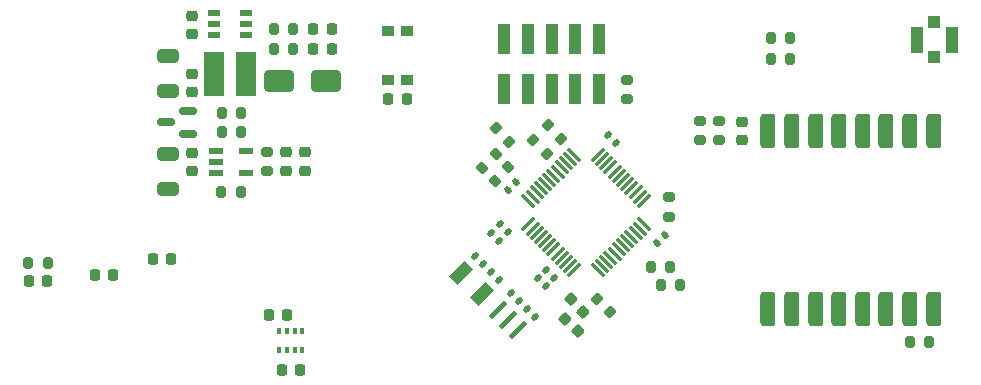
<source format=gbr>
%TF.GenerationSoftware,KiCad,Pcbnew,9.0.1*%
%TF.CreationDate,2025-05-24T22:02:27+02:00*%
%TF.ProjectId,LoRa_Node,4c6f5261-5f4e-46f6-9465-2e6b69636164,3.1*%
%TF.SameCoordinates,Original*%
%TF.FileFunction,Paste,Top*%
%TF.FilePolarity,Positive*%
%FSLAX46Y46*%
G04 Gerber Fmt 4.6, Leading zero omitted, Abs format (unit mm)*
G04 Created by KiCad (PCBNEW 9.0.1) date 2025-05-24 22:02:27*
%MOMM*%
%LPD*%
G01*
G04 APERTURE LIST*
G04 Aperture macros list*
%AMRoundRect*
0 Rectangle with rounded corners*
0 $1 Rounding radius*
0 $2 $3 $4 $5 $6 $7 $8 $9 X,Y pos of 4 corners*
0 Add a 4 corners polygon primitive as box body*
4,1,4,$2,$3,$4,$5,$6,$7,$8,$9,$2,$3,0*
0 Add four circle primitives for the rounded corners*
1,1,$1+$1,$2,$3*
1,1,$1+$1,$4,$5*
1,1,$1+$1,$6,$7*
1,1,$1+$1,$8,$9*
0 Add four rect primitives between the rounded corners*
20,1,$1+$1,$2,$3,$4,$5,0*
20,1,$1+$1,$4,$5,$6,$7,0*
20,1,$1+$1,$6,$7,$8,$9,0*
20,1,$1+$1,$8,$9,$2,$3,0*%
%AMRotRect*
0 Rectangle, with rotation*
0 The origin of the aperture is its center*
0 $1 length*
0 $2 width*
0 $3 Rotation angle, in degrees counterclockwise*
0 Add horizontal line*
21,1,$1,$2,0,0,$3*%
G04 Aperture macros list end*
%ADD10RoundRect,0.200000X0.200000X0.275000X-0.200000X0.275000X-0.200000X-0.275000X0.200000X-0.275000X0*%
%ADD11RoundRect,0.140000X-0.021213X0.219203X-0.219203X0.021213X0.021213X-0.219203X0.219203X-0.021213X0*%
%ADD12RoundRect,0.200000X-0.335876X-0.053033X-0.053033X-0.335876X0.335876X0.053033X0.053033X0.335876X0*%
%ADD13R,1.000000X2.580000*%
%ADD14RoundRect,0.140000X0.219203X0.021213X0.021213X0.219203X-0.219203X-0.021213X-0.021213X-0.219203X0*%
%ADD15RoundRect,0.225000X-0.225000X-0.250000X0.225000X-0.250000X0.225000X0.250000X-0.225000X0.250000X0*%
%ADD16RoundRect,0.250000X0.650000X-0.325000X0.650000X0.325000X-0.650000X0.325000X-0.650000X-0.325000X0*%
%ADD17RoundRect,0.200000X-0.275000X0.200000X-0.275000X-0.200000X0.275000X-0.200000X0.275000X0.200000X0*%
%ADD18RoundRect,0.317500X0.317500X-1.157500X0.317500X1.157500X-0.317500X1.157500X-0.317500X-1.157500X0*%
%ADD19RoundRect,0.200000X-0.200000X-0.275000X0.200000X-0.275000X0.200000X0.275000X-0.200000X0.275000X0*%
%ADD20RoundRect,0.225000X0.225000X0.250000X-0.225000X0.250000X-0.225000X-0.250000X0.225000X-0.250000X0*%
%ADD21RoundRect,0.225000X-0.250000X0.225000X-0.250000X-0.225000X0.250000X-0.225000X0.250000X0.225000X0*%
%ADD22R,1.700000X3.700000*%
%ADD23R,1.000000X0.550000*%
%ADD24RotRect,1.000000X1.800000X135.000000*%
%ADD25RoundRect,0.225000X0.250000X-0.225000X0.250000X0.225000X-0.250000X0.225000X-0.250000X-0.225000X0*%
%ADD26RoundRect,0.150000X0.587500X0.150000X-0.587500X0.150000X-0.587500X-0.150000X0.587500X-0.150000X0*%
%ADD27R,0.350000X0.500000*%
%ADD28R,1.000000X1.000000*%
%ADD29R,1.050000X2.200000*%
%ADD30RotRect,0.400000X1.900000X315.000000*%
%ADD31RoundRect,0.250000X-0.650000X0.325000X-0.650000X-0.325000X0.650000X-0.325000X0.650000X0.325000X0*%
%ADD32RoundRect,0.075000X-0.415425X-0.521491X0.521491X0.415425X0.415425X0.521491X-0.521491X-0.415425X0*%
%ADD33RoundRect,0.075000X0.415425X-0.521491X0.521491X-0.415425X-0.415425X0.521491X-0.521491X0.415425X0*%
%ADD34RoundRect,0.140000X0.021213X-0.219203X0.219203X-0.021213X-0.021213X0.219203X-0.219203X0.021213X0*%
%ADD35R,1.150000X0.600000*%
%ADD36RoundRect,0.200000X0.053033X-0.335876X0.335876X-0.053033X-0.053033X0.335876X-0.335876X0.053033X0*%
%ADD37RoundRect,0.140000X-0.219203X-0.021213X-0.021213X-0.219203X0.219203X0.021213X0.021213X0.219203X0*%
%ADD38RoundRect,0.200000X0.275000X-0.200000X0.275000X0.200000X-0.275000X0.200000X-0.275000X-0.200000X0*%
%ADD39R,1.000000X0.900000*%
%ADD40RoundRect,0.250000X1.000000X0.650000X-1.000000X0.650000X-1.000000X-0.650000X1.000000X-0.650000X0*%
%ADD41RoundRect,0.225000X-0.335876X-0.017678X-0.017678X-0.335876X0.335876X0.017678X0.017678X0.335876X0*%
%ADD42RoundRect,0.200000X0.335876X0.053033X0.053033X0.335876X-0.335876X-0.053033X-0.053033X-0.335876X0*%
G04 APERTURE END LIST*
D10*
%TO.C,R10*%
X172503680Y-71171319D03*
X170853680Y-71171319D03*
%TD*%
D11*
%TO.C,C10*%
X161843091Y-86056908D03*
X161164269Y-86735730D03*
%TD*%
D12*
%TO.C,R16*%
X156095317Y-91437956D03*
X157262043Y-92604682D03*
%TD*%
D13*
%TO.C,J4*%
X148278680Y-73656319D03*
X148278680Y-69486319D03*
X150278680Y-73656319D03*
X150278680Y-69486319D03*
X152278680Y-73656319D03*
X152278680Y-69486319D03*
X154278680Y-73656319D03*
X154278680Y-69486319D03*
X156278680Y-73656319D03*
X156278680Y-69486319D03*
%TD*%
D14*
%TO.C,C14*%
X147788802Y-89881441D03*
X147109980Y-89202619D03*
%TD*%
D15*
%TO.C,C28*%
X118503680Y-88100000D03*
X120053680Y-88100000D03*
%TD*%
D16*
%TO.C,C21*%
X119778680Y-73846319D03*
X119778680Y-70896319D03*
%TD*%
D17*
%TO.C,R18*%
X166478680Y-76396319D03*
X166478680Y-78046319D03*
%TD*%
D18*
%TO.C,U2*%
X170628680Y-92296319D03*
X172628680Y-92296319D03*
X174628680Y-92296319D03*
X176628680Y-92296319D03*
X178628680Y-92296319D03*
X180628680Y-92296319D03*
X182628680Y-92296319D03*
X184628680Y-92296319D03*
X184628680Y-77246319D03*
X182628680Y-77246319D03*
X180628680Y-77246319D03*
X178628680Y-77246319D03*
X176628680Y-77246319D03*
X174628680Y-77246319D03*
X172628680Y-77246319D03*
X170628680Y-77246319D03*
%TD*%
D19*
%TO.C,R14*%
X128753680Y-70321319D03*
X130403680Y-70321319D03*
%TD*%
D20*
%TO.C,C25*%
X133653680Y-68621319D03*
X132103680Y-68621319D03*
%TD*%
D21*
%TO.C,C15*%
X121832500Y-79095000D03*
X121832500Y-80645000D03*
%TD*%
D15*
%TO.C,C1*%
X129425000Y-97500000D03*
X130975000Y-97500000D03*
%TD*%
D10*
%TO.C,R3*%
X162303680Y-88771319D03*
X160653680Y-88771319D03*
%TD*%
D19*
%TO.C,R7*%
X124307500Y-82450000D03*
X125957500Y-82450000D03*
%TD*%
D21*
%TO.C,C17*%
X131412500Y-79055000D03*
X131412500Y-80605000D03*
%TD*%
D22*
%TO.C,L1*%
X123728680Y-72421319D03*
X126428680Y-72421319D03*
%TD*%
D23*
%TO.C,U5*%
X126428680Y-69121319D03*
X126428680Y-68171319D03*
X126428680Y-67221319D03*
X123728680Y-67221319D03*
X123728680Y-68171319D03*
X123728680Y-69121319D03*
%TD*%
D14*
%TO.C,C7*%
X148568091Y-85810730D03*
X147889269Y-85131908D03*
%TD*%
D24*
%TO.C,Y2*%
X144644797Y-89237436D03*
X146412563Y-91005202D03*
%TD*%
D25*
%TO.C,C22*%
X121828680Y-73946319D03*
X121828680Y-72396319D03*
%TD*%
D14*
%TO.C,C5*%
X150888802Y-92981441D03*
X150209980Y-92302619D03*
%TD*%
D26*
%TO.C,Q1*%
X121516180Y-77471319D03*
X121516180Y-75571319D03*
X119641180Y-76521319D03*
%TD*%
D20*
%TO.C,C3*%
X140003680Y-74521319D03*
X138453680Y-74521319D03*
%TD*%
D27*
%TO.C,U1*%
X129225000Y-94200000D03*
X129875000Y-94200000D03*
X130525000Y-94200000D03*
X131175000Y-94200000D03*
X131175000Y-95800000D03*
X130525000Y-95800000D03*
X129875000Y-95800000D03*
X129225000Y-95800000D03*
%TD*%
D19*
%TO.C,R9*%
X124353680Y-77321319D03*
X126003680Y-77321319D03*
%TD*%
D28*
%TO.C,J3*%
X184678680Y-71021319D03*
D29*
X183203680Y-69521319D03*
D28*
X184678680Y-68021319D03*
D29*
X186153680Y-69521319D03*
%TD*%
D10*
%TO.C,R19*%
X184253680Y-95071319D03*
X182603680Y-95071319D03*
%TD*%
D21*
%TO.C,C19*%
X168428680Y-76446319D03*
X168428680Y-77996319D03*
%TD*%
D10*
%TO.C,R8*%
X126003680Y-75721319D03*
X124353680Y-75721319D03*
%TD*%
D30*
%TO.C,Y1*%
X147750863Y-92393502D03*
X148599391Y-93242030D03*
X149447919Y-94090558D03*
%TD*%
D31*
%TO.C,C16*%
X119778680Y-79196319D03*
X119778680Y-82146319D03*
%TD*%
D20*
%TO.C,C2*%
X129903680Y-92821319D03*
X128353680Y-92821319D03*
%TD*%
D32*
%TO.C,U3*%
X150312124Y-85148788D03*
X150665678Y-85502342D03*
X151019231Y-85855895D03*
X151372785Y-86209449D03*
X151726338Y-86563002D03*
X152079891Y-86916555D03*
X152433445Y-87270109D03*
X152786998Y-87623662D03*
X153140551Y-87977215D03*
X153494105Y-88330769D03*
X153847658Y-88684322D03*
X154201212Y-89037876D03*
D33*
X156198788Y-89037876D03*
X156552342Y-88684322D03*
X156905895Y-88330769D03*
X157259449Y-87977215D03*
X157613002Y-87623662D03*
X157966555Y-87270109D03*
X158320109Y-86916555D03*
X158673662Y-86563002D03*
X159027215Y-86209449D03*
X159380769Y-85855895D03*
X159734322Y-85502342D03*
X160087876Y-85148788D03*
D32*
X160087876Y-83151212D03*
X159734322Y-82797658D03*
X159380769Y-82444105D03*
X159027215Y-82090551D03*
X158673662Y-81736998D03*
X158320109Y-81383445D03*
X157966555Y-81029891D03*
X157613002Y-80676338D03*
X157259449Y-80322785D03*
X156905895Y-79969231D03*
X156552342Y-79615678D03*
X156198788Y-79262124D03*
D33*
X154201212Y-79262124D03*
X153847658Y-79615678D03*
X153494105Y-79969231D03*
X153140551Y-80322785D03*
X152786998Y-80676338D03*
X152433445Y-81029891D03*
X152079891Y-81383445D03*
X151726338Y-81736998D03*
X151372785Y-82090551D03*
X151019231Y-82444105D03*
X150665678Y-82797658D03*
X150312124Y-83151212D03*
%TD*%
D17*
%TO.C,R17*%
X164828680Y-76396319D03*
X164828680Y-78046319D03*
%TD*%
D34*
%TO.C,C8*%
X148589269Y-82260730D03*
X149268091Y-81581908D03*
%TD*%
D12*
%TO.C,R21*%
X147545317Y-76987956D03*
X148712043Y-78154682D03*
%TD*%
D21*
%TO.C,C18*%
X129782500Y-79055000D03*
X129782500Y-80605000D03*
%TD*%
D35*
%TO.C,IC1*%
X123882500Y-78910000D03*
X123882500Y-79860000D03*
X123882500Y-80810000D03*
X126382500Y-80810000D03*
X126382500Y-78910000D03*
%TD*%
D17*
%TO.C,R4*%
X158678680Y-72896319D03*
X158678680Y-74546319D03*
%TD*%
D36*
%TO.C,R22*%
X146373997Y-80376001D03*
X147540723Y-79209275D03*
%TD*%
D37*
%TO.C,C13*%
X145759980Y-87852619D03*
X146438802Y-88531441D03*
%TD*%
D10*
%TO.C,R12*%
X163153680Y-90271319D03*
X161503680Y-90271319D03*
%TD*%
D38*
%TO.C,R6*%
X128152500Y-80665000D03*
X128152500Y-79015000D03*
%TD*%
D20*
%TO.C,C29*%
X133653680Y-70321319D03*
X132103680Y-70321319D03*
%TD*%
D39*
%TO.C,SW1*%
X138428680Y-72921319D03*
X138428680Y-68821319D03*
X140028680Y-72921319D03*
X140028680Y-68821319D03*
%TD*%
D40*
%TO.C,D1*%
X133178680Y-72971319D03*
X129178680Y-72971319D03*
%TD*%
D41*
%TO.C,C26*%
X153880672Y-91473311D03*
X154976688Y-92569327D03*
%TD*%
D12*
%TO.C,R5*%
X151945317Y-76737956D03*
X153112043Y-77904682D03*
%TD*%
D15*
%TO.C,C23*%
X108025000Y-89950000D03*
X109575000Y-89950000D03*
%TD*%
%TO.C,C27*%
X113625000Y-89400000D03*
X115175000Y-89400000D03*
%TD*%
D38*
%TO.C,R13*%
X162228680Y-84496319D03*
X162228680Y-82846319D03*
%TD*%
D14*
%TO.C,C11*%
X151818091Y-90360730D03*
X151139269Y-89681908D03*
%TD*%
D36*
%TO.C,R1*%
X147445317Y-81454682D03*
X148612043Y-80287956D03*
%TD*%
D41*
%TO.C,C20*%
X153380672Y-93123311D03*
X154476688Y-94219327D03*
%TD*%
D19*
%TO.C,R20*%
X107953680Y-88421319D03*
X109603680Y-88421319D03*
%TD*%
D14*
%TO.C,C6*%
X147818091Y-86560730D03*
X147139269Y-85881908D03*
%TD*%
D42*
%TO.C,R2*%
X151862043Y-79154682D03*
X150695317Y-77987956D03*
%TD*%
D14*
%TO.C,C12*%
X152514411Y-89664411D03*
X151835589Y-88985589D03*
%TD*%
D19*
%TO.C,R11*%
X170853680Y-69371319D03*
X172503680Y-69371319D03*
%TD*%
D37*
%TO.C,C4*%
X148859980Y-90952619D03*
X149538802Y-91631441D03*
%TD*%
D10*
%TO.C,R15*%
X130403680Y-68621319D03*
X128753680Y-68621319D03*
%TD*%
D21*
%TO.C,C24*%
X121828680Y-67496319D03*
X121828680Y-69046319D03*
%TD*%
D37*
%TO.C,C9*%
X157039269Y-77581908D03*
X157718091Y-78260730D03*
%TD*%
M02*

</source>
